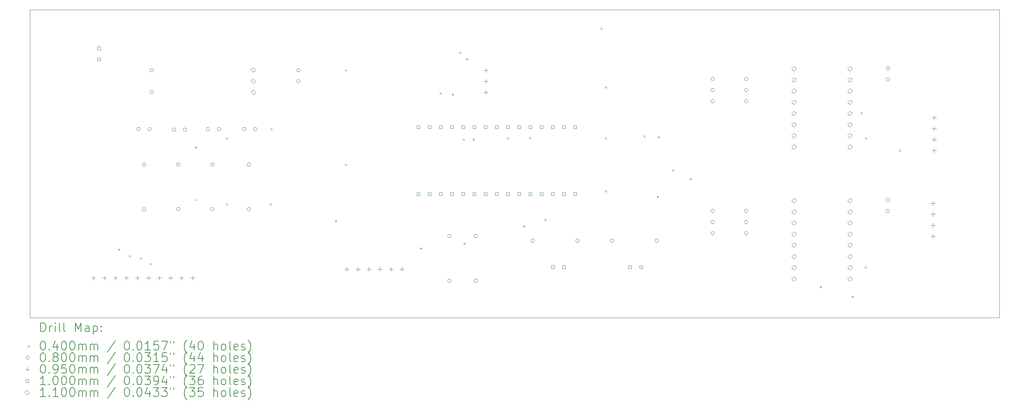
<source format=gbr>
%TF.GenerationSoftware,KiCad,Pcbnew,(6.0.7)*%
%TF.CreationDate,2023-06-05T08:02:43+05:30*%
%TF.ProjectId,acpm-arduino_motor_part,6163706d-2d61-4726-9475-696e6f5f6d6f,rev?*%
%TF.SameCoordinates,Original*%
%TF.FileFunction,Drillmap*%
%TF.FilePolarity,Positive*%
%FSLAX45Y45*%
G04 Gerber Fmt 4.5, Leading zero omitted, Abs format (unit mm)*
G04 Created by KiCad (PCBNEW (6.0.7)) date 2023-06-05 08:02:43*
%MOMM*%
%LPD*%
G01*
G04 APERTURE LIST*
%ADD10C,0.100000*%
%ADD11C,0.200000*%
%ADD12C,0.040000*%
%ADD13C,0.080000*%
%ADD14C,0.095000*%
%ADD15C,0.110000*%
G04 APERTURE END LIST*
D10*
X3900000Y-3800000D02*
X25900000Y-3800000D01*
X25900000Y-3800000D02*
X25900000Y-10800000D01*
X25900000Y-10800000D02*
X3900000Y-10800000D01*
X3900000Y-10800000D02*
X3900000Y-3800000D01*
D11*
D12*
X5900250Y-9230000D02*
X5940250Y-9270000D01*
X5940250Y-9230000D02*
X5900250Y-9270000D01*
X6150250Y-9380000D02*
X6190250Y-9420000D01*
X6190250Y-9380000D02*
X6150250Y-9420000D01*
X6400250Y-9430000D02*
X6440250Y-9470000D01*
X6440250Y-9430000D02*
X6400250Y-9470000D01*
X6625250Y-9555000D02*
X6665250Y-9595000D01*
X6665250Y-9555000D02*
X6625250Y-9595000D01*
X7650250Y-6905000D02*
X7690250Y-6945000D01*
X7690250Y-6905000D02*
X7650250Y-6945000D01*
X7650250Y-8105000D02*
X7690250Y-8145000D01*
X7690250Y-8105000D02*
X7650250Y-8145000D01*
X8350250Y-6705000D02*
X8390250Y-6745000D01*
X8390250Y-6705000D02*
X8350250Y-6745000D01*
X8350250Y-8205000D02*
X8390250Y-8245000D01*
X8390250Y-8205000D02*
X8350250Y-8245000D01*
X9350250Y-8205000D02*
X9390250Y-8245000D01*
X9390250Y-8205000D02*
X9350250Y-8245000D01*
X9362750Y-6492500D02*
X9402750Y-6532500D01*
X9402750Y-6492500D02*
X9362750Y-6532500D01*
X10825250Y-8580000D02*
X10865250Y-8620000D01*
X10865250Y-8580000D02*
X10825250Y-8620000D01*
X11050250Y-5155000D02*
X11090250Y-5195000D01*
X11090250Y-5155000D02*
X11050250Y-5195000D01*
X11050250Y-7305000D02*
X11090250Y-7345000D01*
X11090250Y-7305000D02*
X11050250Y-7345000D01*
X12750250Y-9205000D02*
X12790250Y-9245000D01*
X12790250Y-9205000D02*
X12750250Y-9245000D01*
X13200250Y-5680000D02*
X13240250Y-5720000D01*
X13240250Y-5680000D02*
X13200250Y-5720000D01*
X13475250Y-5705000D02*
X13515250Y-5745000D01*
X13515250Y-5705000D02*
X13475250Y-5745000D01*
X13650250Y-4755000D02*
X13690250Y-4795000D01*
X13690250Y-4755000D02*
X13650250Y-4795000D01*
X13725250Y-6730000D02*
X13765250Y-6770000D01*
X13765250Y-6730000D02*
X13725250Y-6770000D01*
X13740000Y-9095000D02*
X13780000Y-9135000D01*
X13780000Y-9095000D02*
X13740000Y-9135000D01*
X13800250Y-4905000D02*
X13840250Y-4945000D01*
X13840250Y-4905000D02*
X13800250Y-4945000D01*
X13950250Y-6730000D02*
X13990250Y-6770000D01*
X13990250Y-6730000D02*
X13950250Y-6770000D01*
X14725250Y-6705000D02*
X14765250Y-6745000D01*
X14765250Y-6705000D02*
X14725250Y-6745000D01*
X15100250Y-8705000D02*
X15140250Y-8745000D01*
X15140250Y-8705000D02*
X15100250Y-8745000D01*
X15235000Y-6695000D02*
X15275000Y-6735000D01*
X15275000Y-6695000D02*
X15235000Y-6735000D01*
X15575250Y-8555000D02*
X15615250Y-8595000D01*
X15615250Y-8555000D02*
X15575250Y-8595000D01*
X16850250Y-4205000D02*
X16890250Y-4245000D01*
X16890250Y-4205000D02*
X16850250Y-4245000D01*
X16950000Y-5545000D02*
X16990000Y-5585000D01*
X16990000Y-5545000D02*
X16950000Y-5585000D01*
X16950250Y-6705000D02*
X16990250Y-6745000D01*
X16990250Y-6705000D02*
X16950250Y-6745000D01*
X16950250Y-7905000D02*
X16990250Y-7945000D01*
X16990250Y-7905000D02*
X16950250Y-7945000D01*
X17825250Y-6655000D02*
X17865250Y-6695000D01*
X17865250Y-6655000D02*
X17825250Y-6695000D01*
X18125250Y-8030000D02*
X18165250Y-8070000D01*
X18165250Y-8030000D02*
X18125250Y-8070000D01*
X18150250Y-6680000D02*
X18190250Y-6720000D01*
X18190250Y-6680000D02*
X18150250Y-6720000D01*
X18475250Y-7430000D02*
X18515250Y-7470000D01*
X18515250Y-7430000D02*
X18475250Y-7470000D01*
X18875250Y-7630000D02*
X18915250Y-7670000D01*
X18915250Y-7630000D02*
X18875250Y-7670000D01*
X21825250Y-10080000D02*
X21865250Y-10120000D01*
X21865250Y-10080000D02*
X21825250Y-10120000D01*
X22550250Y-10305000D02*
X22590250Y-10345000D01*
X22590250Y-10305000D02*
X22550250Y-10345000D01*
X22750250Y-6130000D02*
X22790250Y-6170000D01*
X22790250Y-6130000D02*
X22750250Y-6170000D01*
X22845000Y-9630000D02*
X22885000Y-9670000D01*
X22885000Y-9630000D02*
X22845000Y-9670000D01*
X22850250Y-6705000D02*
X22890250Y-6745000D01*
X22890250Y-6705000D02*
X22850250Y-6745000D01*
X23625250Y-6980000D02*
X23665250Y-7020000D01*
X23665250Y-6980000D02*
X23625250Y-7020000D01*
D13*
X6410250Y-6512500D02*
G75*
G03*
X6410250Y-6512500I-40000J0D01*
G01*
X6535250Y-7317000D02*
G75*
G03*
X6535250Y-7317000I-40000J0D01*
G01*
X6535250Y-8333000D02*
G75*
G03*
X6535250Y-8333000I-40000J0D01*
G01*
X6660250Y-6512500D02*
G75*
G03*
X6660250Y-6512500I-40000J0D01*
G01*
X6710250Y-5175000D02*
G75*
G03*
X6710250Y-5175000I-40000J0D01*
G01*
X6710250Y-5675000D02*
G75*
G03*
X6710250Y-5675000I-40000J0D01*
G01*
X7210250Y-6525000D02*
G75*
G03*
X7210250Y-6525000I-40000J0D01*
G01*
X7310250Y-7317000D02*
G75*
G03*
X7310250Y-7317000I-40000J0D01*
G01*
X7310250Y-8333000D02*
G75*
G03*
X7310250Y-8333000I-40000J0D01*
G01*
X7460250Y-6525000D02*
G75*
G03*
X7460250Y-6525000I-40000J0D01*
G01*
X7985250Y-6512500D02*
G75*
G03*
X7985250Y-6512500I-40000J0D01*
G01*
X8085250Y-7317000D02*
G75*
G03*
X8085250Y-7317000I-40000J0D01*
G01*
X8085250Y-8333000D02*
G75*
G03*
X8085250Y-8333000I-40000J0D01*
G01*
X8235250Y-6512500D02*
G75*
G03*
X8235250Y-6512500I-40000J0D01*
G01*
X8810250Y-6512500D02*
G75*
G03*
X8810250Y-6512500I-40000J0D01*
G01*
X8910250Y-7317000D02*
G75*
G03*
X8910250Y-7317000I-40000J0D01*
G01*
X8910250Y-8333000D02*
G75*
G03*
X8910250Y-8333000I-40000J0D01*
G01*
X9060250Y-6512500D02*
G75*
G03*
X9060250Y-6512500I-40000J0D01*
G01*
X10035250Y-5175000D02*
G75*
G03*
X10035250Y-5175000I-40000J0D01*
G01*
X10035250Y-5425000D02*
G75*
G03*
X10035250Y-5425000I-40000J0D01*
G01*
X13460250Y-8942000D02*
G75*
G03*
X13460250Y-8942000I-40000J0D01*
G01*
X13460250Y-9958000D02*
G75*
G03*
X13460250Y-9958000I-40000J0D01*
G01*
X14060250Y-8942000D02*
G75*
G03*
X14060250Y-8942000I-40000J0D01*
G01*
X14060250Y-9958000D02*
G75*
G03*
X14060250Y-9958000I-40000J0D01*
G01*
X15352250Y-9050000D02*
G75*
G03*
X15352250Y-9050000I-40000J0D01*
G01*
X16368250Y-9050000D02*
G75*
G03*
X16368250Y-9050000I-40000J0D01*
G01*
X17152250Y-9050000D02*
G75*
G03*
X17152250Y-9050000I-40000J0D01*
G01*
X18168250Y-9050000D02*
G75*
G03*
X18168250Y-9050000I-40000J0D01*
G01*
X19433500Y-5372500D02*
G75*
G03*
X19433500Y-5372500I-40000J0D01*
G01*
X19433500Y-5626500D02*
G75*
G03*
X19433500Y-5626500I-40000J0D01*
G01*
X19433500Y-5880500D02*
G75*
G03*
X19433500Y-5880500I-40000J0D01*
G01*
X19433500Y-8372500D02*
G75*
G03*
X19433500Y-8372500I-40000J0D01*
G01*
X19433500Y-8626500D02*
G75*
G03*
X19433500Y-8626500I-40000J0D01*
G01*
X19433500Y-8880500D02*
G75*
G03*
X19433500Y-8880500I-40000J0D01*
G01*
X20195500Y-5372500D02*
G75*
G03*
X20195500Y-5372500I-40000J0D01*
G01*
X20195500Y-5626500D02*
G75*
G03*
X20195500Y-5626500I-40000J0D01*
G01*
X20195500Y-5880500D02*
G75*
G03*
X20195500Y-5880500I-40000J0D01*
G01*
X20195500Y-8372500D02*
G75*
G03*
X20195500Y-8372500I-40000J0D01*
G01*
X20195500Y-8626500D02*
G75*
G03*
X20195500Y-8626500I-40000J0D01*
G01*
X20195500Y-8880500D02*
G75*
G03*
X20195500Y-8880500I-40000J0D01*
G01*
X23410250Y-5131762D02*
G75*
G03*
X23410250Y-5131762I-40000J0D01*
G01*
X23410250Y-5381762D02*
G75*
G03*
X23410250Y-5381762I-40000J0D01*
G01*
X23410250Y-8125000D02*
G75*
G03*
X23410250Y-8125000I-40000J0D01*
G01*
X23410250Y-8375000D02*
G75*
G03*
X23410250Y-8375000I-40000J0D01*
G01*
D14*
X5345250Y-9850000D02*
X5345250Y-9945000D01*
X5297750Y-9897500D02*
X5392750Y-9897500D01*
X5595250Y-9850000D02*
X5595250Y-9945000D01*
X5547750Y-9897500D02*
X5642750Y-9897500D01*
X5845250Y-9850000D02*
X5845250Y-9945000D01*
X5797750Y-9897500D02*
X5892750Y-9897500D01*
X6095250Y-9850000D02*
X6095250Y-9945000D01*
X6047750Y-9897500D02*
X6142750Y-9897500D01*
X6345250Y-9850000D02*
X6345250Y-9945000D01*
X6297750Y-9897500D02*
X6392750Y-9897500D01*
X6595250Y-9850000D02*
X6595250Y-9945000D01*
X6547750Y-9897500D02*
X6642750Y-9897500D01*
X6845250Y-9850000D02*
X6845250Y-9945000D01*
X6797750Y-9897500D02*
X6892750Y-9897500D01*
X7095250Y-9850000D02*
X7095250Y-9945000D01*
X7047750Y-9897500D02*
X7142750Y-9897500D01*
X7345250Y-9850000D02*
X7345250Y-9945000D01*
X7297750Y-9897500D02*
X7392750Y-9897500D01*
X7595250Y-9850000D02*
X7595250Y-9945000D01*
X7547750Y-9897500D02*
X7642750Y-9897500D01*
X11095250Y-9650000D02*
X11095250Y-9745000D01*
X11047750Y-9697500D02*
X11142750Y-9697500D01*
X11345250Y-9650000D02*
X11345250Y-9745000D01*
X11297750Y-9697500D02*
X11392750Y-9697500D01*
X11595250Y-9650000D02*
X11595250Y-9745000D01*
X11547750Y-9697500D02*
X11642750Y-9697500D01*
X11845250Y-9650000D02*
X11845250Y-9745000D01*
X11797750Y-9697500D02*
X11892750Y-9697500D01*
X12095250Y-9650000D02*
X12095250Y-9745000D01*
X12047750Y-9697500D02*
X12142750Y-9697500D01*
X12345250Y-9650000D02*
X12345250Y-9745000D01*
X12297750Y-9697500D02*
X12392750Y-9697500D01*
X14247750Y-5127500D02*
X14247750Y-5222500D01*
X14200250Y-5175000D02*
X14295250Y-5175000D01*
X14247750Y-5377500D02*
X14247750Y-5472500D01*
X14200250Y-5425000D02*
X14295250Y-5425000D01*
X14247750Y-5627500D02*
X14247750Y-5722500D01*
X14200250Y-5675000D02*
X14295250Y-5675000D01*
X24392750Y-8152500D02*
X24392750Y-8247500D01*
X24345250Y-8200000D02*
X24440250Y-8200000D01*
X24392750Y-8402500D02*
X24392750Y-8497500D01*
X24345250Y-8450000D02*
X24440250Y-8450000D01*
X24392750Y-8652500D02*
X24392750Y-8747500D01*
X24345250Y-8700000D02*
X24440250Y-8700000D01*
X24392750Y-8902500D02*
X24392750Y-8997500D01*
X24345250Y-8950000D02*
X24440250Y-8950000D01*
X24417750Y-6202500D02*
X24417750Y-6297500D01*
X24370250Y-6250000D02*
X24465250Y-6250000D01*
X24417750Y-6452500D02*
X24417750Y-6547500D01*
X24370250Y-6500000D02*
X24465250Y-6500000D01*
X24417750Y-6702500D02*
X24417750Y-6797500D01*
X24370250Y-6750000D02*
X24465250Y-6750000D01*
X24417750Y-6952500D02*
X24417750Y-7047500D01*
X24370250Y-7000000D02*
X24465250Y-7000000D01*
D10*
X5505606Y-4710356D02*
X5505606Y-4639644D01*
X5434894Y-4639644D01*
X5434894Y-4710356D01*
X5505606Y-4710356D01*
X5505606Y-4960356D02*
X5505606Y-4889644D01*
X5434894Y-4889644D01*
X5434894Y-4960356D01*
X5505606Y-4960356D01*
X12754606Y-6499356D02*
X12754606Y-6428644D01*
X12683894Y-6428644D01*
X12683894Y-6499356D01*
X12754606Y-6499356D01*
X12754606Y-8023356D02*
X12754606Y-7952644D01*
X12683894Y-7952644D01*
X12683894Y-8023356D01*
X12754606Y-8023356D01*
X13008606Y-6499356D02*
X13008606Y-6428644D01*
X12937894Y-6428644D01*
X12937894Y-6499356D01*
X13008606Y-6499356D01*
X13008606Y-8023356D02*
X13008606Y-7952644D01*
X12937894Y-7952644D01*
X12937894Y-8023356D01*
X13008606Y-8023356D01*
X13262606Y-6499356D02*
X13262606Y-6428644D01*
X13191894Y-6428644D01*
X13191894Y-6499356D01*
X13262606Y-6499356D01*
X13262606Y-8023356D02*
X13262606Y-7952644D01*
X13191894Y-7952644D01*
X13191894Y-8023356D01*
X13262606Y-8023356D01*
X13516606Y-6499356D02*
X13516606Y-6428644D01*
X13445894Y-6428644D01*
X13445894Y-6499356D01*
X13516606Y-6499356D01*
X13516606Y-8023356D02*
X13516606Y-7952644D01*
X13445894Y-7952644D01*
X13445894Y-8023356D01*
X13516606Y-8023356D01*
X13770606Y-6499356D02*
X13770606Y-6428644D01*
X13699894Y-6428644D01*
X13699894Y-6499356D01*
X13770606Y-6499356D01*
X13770606Y-8023356D02*
X13770606Y-7952644D01*
X13699894Y-7952644D01*
X13699894Y-8023356D01*
X13770606Y-8023356D01*
X14024606Y-6499356D02*
X14024606Y-6428644D01*
X13953894Y-6428644D01*
X13953894Y-6499356D01*
X14024606Y-6499356D01*
X14024606Y-8023356D02*
X14024606Y-7952644D01*
X13953894Y-7952644D01*
X13953894Y-8023356D01*
X14024606Y-8023356D01*
X14278606Y-6499356D02*
X14278606Y-6428644D01*
X14207894Y-6428644D01*
X14207894Y-6499356D01*
X14278606Y-6499356D01*
X14278606Y-8023356D02*
X14278606Y-7952644D01*
X14207894Y-7952644D01*
X14207894Y-8023356D01*
X14278606Y-8023356D01*
X14532606Y-6499356D02*
X14532606Y-6428644D01*
X14461894Y-6428644D01*
X14461894Y-6499356D01*
X14532606Y-6499356D01*
X14532606Y-8023356D02*
X14532606Y-7952644D01*
X14461894Y-7952644D01*
X14461894Y-8023356D01*
X14532606Y-8023356D01*
X14786606Y-6499356D02*
X14786606Y-6428644D01*
X14715894Y-6428644D01*
X14715894Y-6499356D01*
X14786606Y-6499356D01*
X14786606Y-8023356D02*
X14786606Y-7952644D01*
X14715894Y-7952644D01*
X14715894Y-8023356D01*
X14786606Y-8023356D01*
X15040606Y-6499356D02*
X15040606Y-6428644D01*
X14969894Y-6428644D01*
X14969894Y-6499356D01*
X15040606Y-6499356D01*
X15040606Y-8023356D02*
X15040606Y-7952644D01*
X14969894Y-7952644D01*
X14969894Y-8023356D01*
X15040606Y-8023356D01*
X15294606Y-6499356D02*
X15294606Y-6428644D01*
X15223894Y-6428644D01*
X15223894Y-6499356D01*
X15294606Y-6499356D01*
X15294606Y-8023356D02*
X15294606Y-7952644D01*
X15223894Y-7952644D01*
X15223894Y-8023356D01*
X15294606Y-8023356D01*
X15548606Y-6499356D02*
X15548606Y-6428644D01*
X15477894Y-6428644D01*
X15477894Y-6499356D01*
X15548606Y-6499356D01*
X15548606Y-8023356D02*
X15548606Y-7952644D01*
X15477894Y-7952644D01*
X15477894Y-8023356D01*
X15548606Y-8023356D01*
X15802606Y-6499356D02*
X15802606Y-6428644D01*
X15731894Y-6428644D01*
X15731894Y-6499356D01*
X15802606Y-6499356D01*
X15802606Y-8023356D02*
X15802606Y-7952644D01*
X15731894Y-7952644D01*
X15731894Y-8023356D01*
X15802606Y-8023356D01*
X15805606Y-9685356D02*
X15805606Y-9614644D01*
X15734894Y-9614644D01*
X15734894Y-9685356D01*
X15805606Y-9685356D01*
X16055606Y-9685356D02*
X16055606Y-9614644D01*
X15984894Y-9614644D01*
X15984894Y-9685356D01*
X16055606Y-9685356D01*
X16056606Y-6499356D02*
X16056606Y-6428644D01*
X15985894Y-6428644D01*
X15985894Y-6499356D01*
X16056606Y-6499356D01*
X16056606Y-8023356D02*
X16056606Y-7952644D01*
X15985894Y-7952644D01*
X15985894Y-8023356D01*
X16056606Y-8023356D01*
X16310606Y-6499356D02*
X16310606Y-6428644D01*
X16239894Y-6428644D01*
X16239894Y-6499356D01*
X16310606Y-6499356D01*
X16310606Y-8023356D02*
X16310606Y-7952644D01*
X16239894Y-7952644D01*
X16239894Y-8023356D01*
X16310606Y-8023356D01*
X17555606Y-9685356D02*
X17555606Y-9614644D01*
X17484894Y-9614644D01*
X17484894Y-9685356D01*
X17555606Y-9685356D01*
X17805606Y-9685356D02*
X17805606Y-9614644D01*
X17734894Y-9614644D01*
X17734894Y-9685356D01*
X17805606Y-9685356D01*
D15*
X8970250Y-5222000D02*
X9025250Y-5167000D01*
X8970250Y-5112000D01*
X8915250Y-5167000D01*
X8970250Y-5222000D01*
X8970250Y-5476000D02*
X9025250Y-5421000D01*
X8970250Y-5366000D01*
X8915250Y-5421000D01*
X8970250Y-5476000D01*
X8970250Y-5730000D02*
X9025250Y-5675000D01*
X8970250Y-5620000D01*
X8915250Y-5675000D01*
X8970250Y-5730000D01*
X21235250Y-5191000D02*
X21290250Y-5136000D01*
X21235250Y-5081000D01*
X21180250Y-5136000D01*
X21235250Y-5191000D01*
X21235250Y-5445000D02*
X21290250Y-5390000D01*
X21235250Y-5335000D01*
X21180250Y-5390000D01*
X21235250Y-5445000D01*
X21235250Y-5699000D02*
X21290250Y-5644000D01*
X21235250Y-5589000D01*
X21180250Y-5644000D01*
X21235250Y-5699000D01*
X21235250Y-5953000D02*
X21290250Y-5898000D01*
X21235250Y-5843000D01*
X21180250Y-5898000D01*
X21235250Y-5953000D01*
X21235250Y-6207000D02*
X21290250Y-6152000D01*
X21235250Y-6097000D01*
X21180250Y-6152000D01*
X21235250Y-6207000D01*
X21235250Y-6461000D02*
X21290250Y-6406000D01*
X21235250Y-6351000D01*
X21180250Y-6406000D01*
X21235250Y-6461000D01*
X21235250Y-6715000D02*
X21290250Y-6660000D01*
X21235250Y-6605000D01*
X21180250Y-6660000D01*
X21235250Y-6715000D01*
X21235250Y-6969000D02*
X21290250Y-6914000D01*
X21235250Y-6859000D01*
X21180250Y-6914000D01*
X21235250Y-6969000D01*
X21235250Y-8191000D02*
X21290250Y-8136000D01*
X21235250Y-8081000D01*
X21180250Y-8136000D01*
X21235250Y-8191000D01*
X21235250Y-8445000D02*
X21290250Y-8390000D01*
X21235250Y-8335000D01*
X21180250Y-8390000D01*
X21235250Y-8445000D01*
X21235250Y-8699000D02*
X21290250Y-8644000D01*
X21235250Y-8589000D01*
X21180250Y-8644000D01*
X21235250Y-8699000D01*
X21235250Y-8953000D02*
X21290250Y-8898000D01*
X21235250Y-8843000D01*
X21180250Y-8898000D01*
X21235250Y-8953000D01*
X21235250Y-9207000D02*
X21290250Y-9152000D01*
X21235250Y-9097000D01*
X21180250Y-9152000D01*
X21235250Y-9207000D01*
X21235250Y-9461000D02*
X21290250Y-9406000D01*
X21235250Y-9351000D01*
X21180250Y-9406000D01*
X21235250Y-9461000D01*
X21235250Y-9715000D02*
X21290250Y-9660000D01*
X21235250Y-9605000D01*
X21180250Y-9660000D01*
X21235250Y-9715000D01*
X21235250Y-9969000D02*
X21290250Y-9914000D01*
X21235250Y-9859000D01*
X21180250Y-9914000D01*
X21235250Y-9969000D01*
X22505250Y-5191000D02*
X22560250Y-5136000D01*
X22505250Y-5081000D01*
X22450250Y-5136000D01*
X22505250Y-5191000D01*
X22505250Y-5445000D02*
X22560250Y-5390000D01*
X22505250Y-5335000D01*
X22450250Y-5390000D01*
X22505250Y-5445000D01*
X22505250Y-5699000D02*
X22560250Y-5644000D01*
X22505250Y-5589000D01*
X22450250Y-5644000D01*
X22505250Y-5699000D01*
X22505250Y-5953000D02*
X22560250Y-5898000D01*
X22505250Y-5843000D01*
X22450250Y-5898000D01*
X22505250Y-5953000D01*
X22505250Y-6207000D02*
X22560250Y-6152000D01*
X22505250Y-6097000D01*
X22450250Y-6152000D01*
X22505250Y-6207000D01*
X22505250Y-6461000D02*
X22560250Y-6406000D01*
X22505250Y-6351000D01*
X22450250Y-6406000D01*
X22505250Y-6461000D01*
X22505250Y-6715000D02*
X22560250Y-6660000D01*
X22505250Y-6605000D01*
X22450250Y-6660000D01*
X22505250Y-6715000D01*
X22505250Y-6969000D02*
X22560250Y-6914000D01*
X22505250Y-6859000D01*
X22450250Y-6914000D01*
X22505250Y-6969000D01*
X22505250Y-8191000D02*
X22560250Y-8136000D01*
X22505250Y-8081000D01*
X22450250Y-8136000D01*
X22505250Y-8191000D01*
X22505250Y-8445000D02*
X22560250Y-8390000D01*
X22505250Y-8335000D01*
X22450250Y-8390000D01*
X22505250Y-8445000D01*
X22505250Y-8699000D02*
X22560250Y-8644000D01*
X22505250Y-8589000D01*
X22450250Y-8644000D01*
X22505250Y-8699000D01*
X22505250Y-8953000D02*
X22560250Y-8898000D01*
X22505250Y-8843000D01*
X22450250Y-8898000D01*
X22505250Y-8953000D01*
X22505250Y-9207000D02*
X22560250Y-9152000D01*
X22505250Y-9097000D01*
X22450250Y-9152000D01*
X22505250Y-9207000D01*
X22505250Y-9461000D02*
X22560250Y-9406000D01*
X22505250Y-9351000D01*
X22450250Y-9406000D01*
X22505250Y-9461000D01*
X22505250Y-9715000D02*
X22560250Y-9660000D01*
X22505250Y-9605000D01*
X22450250Y-9660000D01*
X22505250Y-9715000D01*
X22505250Y-9969000D02*
X22560250Y-9914000D01*
X22505250Y-9859000D01*
X22450250Y-9914000D01*
X22505250Y-9969000D01*
D11*
X4152619Y-11115476D02*
X4152619Y-10915476D01*
X4200238Y-10915476D01*
X4228810Y-10925000D01*
X4247857Y-10944048D01*
X4257381Y-10963095D01*
X4266905Y-11001190D01*
X4266905Y-11029762D01*
X4257381Y-11067857D01*
X4247857Y-11086905D01*
X4228810Y-11105952D01*
X4200238Y-11115476D01*
X4152619Y-11115476D01*
X4352619Y-11115476D02*
X4352619Y-10982143D01*
X4352619Y-11020238D02*
X4362143Y-11001190D01*
X4371667Y-10991667D01*
X4390714Y-10982143D01*
X4409762Y-10982143D01*
X4476429Y-11115476D02*
X4476429Y-10982143D01*
X4476429Y-10915476D02*
X4466905Y-10925000D01*
X4476429Y-10934524D01*
X4485952Y-10925000D01*
X4476429Y-10915476D01*
X4476429Y-10934524D01*
X4600238Y-11115476D02*
X4581190Y-11105952D01*
X4571667Y-11086905D01*
X4571667Y-10915476D01*
X4705000Y-11115476D02*
X4685952Y-11105952D01*
X4676429Y-11086905D01*
X4676429Y-10915476D01*
X4933571Y-11115476D02*
X4933571Y-10915476D01*
X5000238Y-11058333D01*
X5066905Y-10915476D01*
X5066905Y-11115476D01*
X5247857Y-11115476D02*
X5247857Y-11010714D01*
X5238333Y-10991667D01*
X5219286Y-10982143D01*
X5181190Y-10982143D01*
X5162143Y-10991667D01*
X5247857Y-11105952D02*
X5228810Y-11115476D01*
X5181190Y-11115476D01*
X5162143Y-11105952D01*
X5152619Y-11086905D01*
X5152619Y-11067857D01*
X5162143Y-11048810D01*
X5181190Y-11039286D01*
X5228810Y-11039286D01*
X5247857Y-11029762D01*
X5343095Y-10982143D02*
X5343095Y-11182143D01*
X5343095Y-10991667D02*
X5362143Y-10982143D01*
X5400238Y-10982143D01*
X5419286Y-10991667D01*
X5428810Y-11001190D01*
X5438333Y-11020238D01*
X5438333Y-11077381D01*
X5428810Y-11096429D01*
X5419286Y-11105952D01*
X5400238Y-11115476D01*
X5362143Y-11115476D01*
X5343095Y-11105952D01*
X5524048Y-11096429D02*
X5533571Y-11105952D01*
X5524048Y-11115476D01*
X5514524Y-11105952D01*
X5524048Y-11096429D01*
X5524048Y-11115476D01*
X5524048Y-10991667D02*
X5533571Y-11001190D01*
X5524048Y-11010714D01*
X5514524Y-11001190D01*
X5524048Y-10991667D01*
X5524048Y-11010714D01*
D12*
X3855000Y-11425000D02*
X3895000Y-11465000D01*
X3895000Y-11425000D02*
X3855000Y-11465000D01*
D11*
X4190714Y-11335476D02*
X4209762Y-11335476D01*
X4228810Y-11345000D01*
X4238333Y-11354524D01*
X4247857Y-11373571D01*
X4257381Y-11411667D01*
X4257381Y-11459286D01*
X4247857Y-11497381D01*
X4238333Y-11516428D01*
X4228810Y-11525952D01*
X4209762Y-11535476D01*
X4190714Y-11535476D01*
X4171667Y-11525952D01*
X4162143Y-11516428D01*
X4152619Y-11497381D01*
X4143095Y-11459286D01*
X4143095Y-11411667D01*
X4152619Y-11373571D01*
X4162143Y-11354524D01*
X4171667Y-11345000D01*
X4190714Y-11335476D01*
X4343095Y-11516428D02*
X4352619Y-11525952D01*
X4343095Y-11535476D01*
X4333571Y-11525952D01*
X4343095Y-11516428D01*
X4343095Y-11535476D01*
X4524048Y-11402143D02*
X4524048Y-11535476D01*
X4476429Y-11325952D02*
X4428810Y-11468809D01*
X4552619Y-11468809D01*
X4666905Y-11335476D02*
X4685952Y-11335476D01*
X4705000Y-11345000D01*
X4714524Y-11354524D01*
X4724048Y-11373571D01*
X4733571Y-11411667D01*
X4733571Y-11459286D01*
X4724048Y-11497381D01*
X4714524Y-11516428D01*
X4705000Y-11525952D01*
X4685952Y-11535476D01*
X4666905Y-11535476D01*
X4647857Y-11525952D01*
X4638333Y-11516428D01*
X4628810Y-11497381D01*
X4619286Y-11459286D01*
X4619286Y-11411667D01*
X4628810Y-11373571D01*
X4638333Y-11354524D01*
X4647857Y-11345000D01*
X4666905Y-11335476D01*
X4857381Y-11335476D02*
X4876429Y-11335476D01*
X4895476Y-11345000D01*
X4905000Y-11354524D01*
X4914524Y-11373571D01*
X4924048Y-11411667D01*
X4924048Y-11459286D01*
X4914524Y-11497381D01*
X4905000Y-11516428D01*
X4895476Y-11525952D01*
X4876429Y-11535476D01*
X4857381Y-11535476D01*
X4838333Y-11525952D01*
X4828810Y-11516428D01*
X4819286Y-11497381D01*
X4809762Y-11459286D01*
X4809762Y-11411667D01*
X4819286Y-11373571D01*
X4828810Y-11354524D01*
X4838333Y-11345000D01*
X4857381Y-11335476D01*
X5009762Y-11535476D02*
X5009762Y-11402143D01*
X5009762Y-11421190D02*
X5019286Y-11411667D01*
X5038333Y-11402143D01*
X5066905Y-11402143D01*
X5085952Y-11411667D01*
X5095476Y-11430714D01*
X5095476Y-11535476D01*
X5095476Y-11430714D02*
X5105000Y-11411667D01*
X5124048Y-11402143D01*
X5152619Y-11402143D01*
X5171667Y-11411667D01*
X5181190Y-11430714D01*
X5181190Y-11535476D01*
X5276429Y-11535476D02*
X5276429Y-11402143D01*
X5276429Y-11421190D02*
X5285952Y-11411667D01*
X5305000Y-11402143D01*
X5333571Y-11402143D01*
X5352619Y-11411667D01*
X5362143Y-11430714D01*
X5362143Y-11535476D01*
X5362143Y-11430714D02*
X5371667Y-11411667D01*
X5390714Y-11402143D01*
X5419286Y-11402143D01*
X5438333Y-11411667D01*
X5447857Y-11430714D01*
X5447857Y-11535476D01*
X5838333Y-11325952D02*
X5666905Y-11583095D01*
X6095476Y-11335476D02*
X6114524Y-11335476D01*
X6133571Y-11345000D01*
X6143095Y-11354524D01*
X6152619Y-11373571D01*
X6162143Y-11411667D01*
X6162143Y-11459286D01*
X6152619Y-11497381D01*
X6143095Y-11516428D01*
X6133571Y-11525952D01*
X6114524Y-11535476D01*
X6095476Y-11535476D01*
X6076428Y-11525952D01*
X6066905Y-11516428D01*
X6057381Y-11497381D01*
X6047857Y-11459286D01*
X6047857Y-11411667D01*
X6057381Y-11373571D01*
X6066905Y-11354524D01*
X6076428Y-11345000D01*
X6095476Y-11335476D01*
X6247857Y-11516428D02*
X6257381Y-11525952D01*
X6247857Y-11535476D01*
X6238333Y-11525952D01*
X6247857Y-11516428D01*
X6247857Y-11535476D01*
X6381190Y-11335476D02*
X6400238Y-11335476D01*
X6419286Y-11345000D01*
X6428809Y-11354524D01*
X6438333Y-11373571D01*
X6447857Y-11411667D01*
X6447857Y-11459286D01*
X6438333Y-11497381D01*
X6428809Y-11516428D01*
X6419286Y-11525952D01*
X6400238Y-11535476D01*
X6381190Y-11535476D01*
X6362143Y-11525952D01*
X6352619Y-11516428D01*
X6343095Y-11497381D01*
X6333571Y-11459286D01*
X6333571Y-11411667D01*
X6343095Y-11373571D01*
X6352619Y-11354524D01*
X6362143Y-11345000D01*
X6381190Y-11335476D01*
X6638333Y-11535476D02*
X6524048Y-11535476D01*
X6581190Y-11535476D02*
X6581190Y-11335476D01*
X6562143Y-11364048D01*
X6543095Y-11383095D01*
X6524048Y-11392619D01*
X6819286Y-11335476D02*
X6724048Y-11335476D01*
X6714524Y-11430714D01*
X6724048Y-11421190D01*
X6743095Y-11411667D01*
X6790714Y-11411667D01*
X6809762Y-11421190D01*
X6819286Y-11430714D01*
X6828809Y-11449762D01*
X6828809Y-11497381D01*
X6819286Y-11516428D01*
X6809762Y-11525952D01*
X6790714Y-11535476D01*
X6743095Y-11535476D01*
X6724048Y-11525952D01*
X6714524Y-11516428D01*
X6895476Y-11335476D02*
X7028809Y-11335476D01*
X6943095Y-11535476D01*
X7095476Y-11335476D02*
X7095476Y-11373571D01*
X7171667Y-11335476D02*
X7171667Y-11373571D01*
X7466905Y-11611667D02*
X7457381Y-11602143D01*
X7438333Y-11573571D01*
X7428809Y-11554524D01*
X7419286Y-11525952D01*
X7409762Y-11478333D01*
X7409762Y-11440238D01*
X7419286Y-11392619D01*
X7428809Y-11364048D01*
X7438333Y-11345000D01*
X7457381Y-11316428D01*
X7466905Y-11306905D01*
X7628809Y-11402143D02*
X7628809Y-11535476D01*
X7581190Y-11325952D02*
X7533571Y-11468809D01*
X7657381Y-11468809D01*
X7771667Y-11335476D02*
X7790714Y-11335476D01*
X7809762Y-11345000D01*
X7819286Y-11354524D01*
X7828809Y-11373571D01*
X7838333Y-11411667D01*
X7838333Y-11459286D01*
X7828809Y-11497381D01*
X7819286Y-11516428D01*
X7809762Y-11525952D01*
X7790714Y-11535476D01*
X7771667Y-11535476D01*
X7752619Y-11525952D01*
X7743095Y-11516428D01*
X7733571Y-11497381D01*
X7724048Y-11459286D01*
X7724048Y-11411667D01*
X7733571Y-11373571D01*
X7743095Y-11354524D01*
X7752619Y-11345000D01*
X7771667Y-11335476D01*
X8076428Y-11535476D02*
X8076428Y-11335476D01*
X8162143Y-11535476D02*
X8162143Y-11430714D01*
X8152619Y-11411667D01*
X8133571Y-11402143D01*
X8105000Y-11402143D01*
X8085952Y-11411667D01*
X8076428Y-11421190D01*
X8285952Y-11535476D02*
X8266905Y-11525952D01*
X8257381Y-11516428D01*
X8247857Y-11497381D01*
X8247857Y-11440238D01*
X8257381Y-11421190D01*
X8266905Y-11411667D01*
X8285952Y-11402143D01*
X8314524Y-11402143D01*
X8333571Y-11411667D01*
X8343095Y-11421190D01*
X8352619Y-11440238D01*
X8352619Y-11497381D01*
X8343095Y-11516428D01*
X8333571Y-11525952D01*
X8314524Y-11535476D01*
X8285952Y-11535476D01*
X8466905Y-11535476D02*
X8447857Y-11525952D01*
X8438333Y-11506905D01*
X8438333Y-11335476D01*
X8619286Y-11525952D02*
X8600238Y-11535476D01*
X8562143Y-11535476D01*
X8543095Y-11525952D01*
X8533571Y-11506905D01*
X8533571Y-11430714D01*
X8543095Y-11411667D01*
X8562143Y-11402143D01*
X8600238Y-11402143D01*
X8619286Y-11411667D01*
X8628810Y-11430714D01*
X8628810Y-11449762D01*
X8533571Y-11468809D01*
X8705000Y-11525952D02*
X8724048Y-11535476D01*
X8762143Y-11535476D01*
X8781190Y-11525952D01*
X8790714Y-11506905D01*
X8790714Y-11497381D01*
X8781190Y-11478333D01*
X8762143Y-11468809D01*
X8733571Y-11468809D01*
X8714524Y-11459286D01*
X8705000Y-11440238D01*
X8705000Y-11430714D01*
X8714524Y-11411667D01*
X8733571Y-11402143D01*
X8762143Y-11402143D01*
X8781190Y-11411667D01*
X8857381Y-11611667D02*
X8866905Y-11602143D01*
X8885952Y-11573571D01*
X8895476Y-11554524D01*
X8905000Y-11525952D01*
X8914524Y-11478333D01*
X8914524Y-11440238D01*
X8905000Y-11392619D01*
X8895476Y-11364048D01*
X8885952Y-11345000D01*
X8866905Y-11316428D01*
X8857381Y-11306905D01*
D13*
X3895000Y-11709000D02*
G75*
G03*
X3895000Y-11709000I-40000J0D01*
G01*
D11*
X4190714Y-11599476D02*
X4209762Y-11599476D01*
X4228810Y-11609000D01*
X4238333Y-11618524D01*
X4247857Y-11637571D01*
X4257381Y-11675667D01*
X4257381Y-11723286D01*
X4247857Y-11761381D01*
X4238333Y-11780428D01*
X4228810Y-11789952D01*
X4209762Y-11799476D01*
X4190714Y-11799476D01*
X4171667Y-11789952D01*
X4162143Y-11780428D01*
X4152619Y-11761381D01*
X4143095Y-11723286D01*
X4143095Y-11675667D01*
X4152619Y-11637571D01*
X4162143Y-11618524D01*
X4171667Y-11609000D01*
X4190714Y-11599476D01*
X4343095Y-11780428D02*
X4352619Y-11789952D01*
X4343095Y-11799476D01*
X4333571Y-11789952D01*
X4343095Y-11780428D01*
X4343095Y-11799476D01*
X4466905Y-11685190D02*
X4447857Y-11675667D01*
X4438333Y-11666143D01*
X4428810Y-11647095D01*
X4428810Y-11637571D01*
X4438333Y-11618524D01*
X4447857Y-11609000D01*
X4466905Y-11599476D01*
X4505000Y-11599476D01*
X4524048Y-11609000D01*
X4533571Y-11618524D01*
X4543095Y-11637571D01*
X4543095Y-11647095D01*
X4533571Y-11666143D01*
X4524048Y-11675667D01*
X4505000Y-11685190D01*
X4466905Y-11685190D01*
X4447857Y-11694714D01*
X4438333Y-11704238D01*
X4428810Y-11723286D01*
X4428810Y-11761381D01*
X4438333Y-11780428D01*
X4447857Y-11789952D01*
X4466905Y-11799476D01*
X4505000Y-11799476D01*
X4524048Y-11789952D01*
X4533571Y-11780428D01*
X4543095Y-11761381D01*
X4543095Y-11723286D01*
X4533571Y-11704238D01*
X4524048Y-11694714D01*
X4505000Y-11685190D01*
X4666905Y-11599476D02*
X4685952Y-11599476D01*
X4705000Y-11609000D01*
X4714524Y-11618524D01*
X4724048Y-11637571D01*
X4733571Y-11675667D01*
X4733571Y-11723286D01*
X4724048Y-11761381D01*
X4714524Y-11780428D01*
X4705000Y-11789952D01*
X4685952Y-11799476D01*
X4666905Y-11799476D01*
X4647857Y-11789952D01*
X4638333Y-11780428D01*
X4628810Y-11761381D01*
X4619286Y-11723286D01*
X4619286Y-11675667D01*
X4628810Y-11637571D01*
X4638333Y-11618524D01*
X4647857Y-11609000D01*
X4666905Y-11599476D01*
X4857381Y-11599476D02*
X4876429Y-11599476D01*
X4895476Y-11609000D01*
X4905000Y-11618524D01*
X4914524Y-11637571D01*
X4924048Y-11675667D01*
X4924048Y-11723286D01*
X4914524Y-11761381D01*
X4905000Y-11780428D01*
X4895476Y-11789952D01*
X4876429Y-11799476D01*
X4857381Y-11799476D01*
X4838333Y-11789952D01*
X4828810Y-11780428D01*
X4819286Y-11761381D01*
X4809762Y-11723286D01*
X4809762Y-11675667D01*
X4819286Y-11637571D01*
X4828810Y-11618524D01*
X4838333Y-11609000D01*
X4857381Y-11599476D01*
X5009762Y-11799476D02*
X5009762Y-11666143D01*
X5009762Y-11685190D02*
X5019286Y-11675667D01*
X5038333Y-11666143D01*
X5066905Y-11666143D01*
X5085952Y-11675667D01*
X5095476Y-11694714D01*
X5095476Y-11799476D01*
X5095476Y-11694714D02*
X5105000Y-11675667D01*
X5124048Y-11666143D01*
X5152619Y-11666143D01*
X5171667Y-11675667D01*
X5181190Y-11694714D01*
X5181190Y-11799476D01*
X5276429Y-11799476D02*
X5276429Y-11666143D01*
X5276429Y-11685190D02*
X5285952Y-11675667D01*
X5305000Y-11666143D01*
X5333571Y-11666143D01*
X5352619Y-11675667D01*
X5362143Y-11694714D01*
X5362143Y-11799476D01*
X5362143Y-11694714D02*
X5371667Y-11675667D01*
X5390714Y-11666143D01*
X5419286Y-11666143D01*
X5438333Y-11675667D01*
X5447857Y-11694714D01*
X5447857Y-11799476D01*
X5838333Y-11589952D02*
X5666905Y-11847095D01*
X6095476Y-11599476D02*
X6114524Y-11599476D01*
X6133571Y-11609000D01*
X6143095Y-11618524D01*
X6152619Y-11637571D01*
X6162143Y-11675667D01*
X6162143Y-11723286D01*
X6152619Y-11761381D01*
X6143095Y-11780428D01*
X6133571Y-11789952D01*
X6114524Y-11799476D01*
X6095476Y-11799476D01*
X6076428Y-11789952D01*
X6066905Y-11780428D01*
X6057381Y-11761381D01*
X6047857Y-11723286D01*
X6047857Y-11675667D01*
X6057381Y-11637571D01*
X6066905Y-11618524D01*
X6076428Y-11609000D01*
X6095476Y-11599476D01*
X6247857Y-11780428D02*
X6257381Y-11789952D01*
X6247857Y-11799476D01*
X6238333Y-11789952D01*
X6247857Y-11780428D01*
X6247857Y-11799476D01*
X6381190Y-11599476D02*
X6400238Y-11599476D01*
X6419286Y-11609000D01*
X6428809Y-11618524D01*
X6438333Y-11637571D01*
X6447857Y-11675667D01*
X6447857Y-11723286D01*
X6438333Y-11761381D01*
X6428809Y-11780428D01*
X6419286Y-11789952D01*
X6400238Y-11799476D01*
X6381190Y-11799476D01*
X6362143Y-11789952D01*
X6352619Y-11780428D01*
X6343095Y-11761381D01*
X6333571Y-11723286D01*
X6333571Y-11675667D01*
X6343095Y-11637571D01*
X6352619Y-11618524D01*
X6362143Y-11609000D01*
X6381190Y-11599476D01*
X6514524Y-11599476D02*
X6638333Y-11599476D01*
X6571667Y-11675667D01*
X6600238Y-11675667D01*
X6619286Y-11685190D01*
X6628809Y-11694714D01*
X6638333Y-11713762D01*
X6638333Y-11761381D01*
X6628809Y-11780428D01*
X6619286Y-11789952D01*
X6600238Y-11799476D01*
X6543095Y-11799476D01*
X6524048Y-11789952D01*
X6514524Y-11780428D01*
X6828809Y-11799476D02*
X6714524Y-11799476D01*
X6771667Y-11799476D02*
X6771667Y-11599476D01*
X6752619Y-11628048D01*
X6733571Y-11647095D01*
X6714524Y-11656619D01*
X7009762Y-11599476D02*
X6914524Y-11599476D01*
X6905000Y-11694714D01*
X6914524Y-11685190D01*
X6933571Y-11675667D01*
X6981190Y-11675667D01*
X7000238Y-11685190D01*
X7009762Y-11694714D01*
X7019286Y-11713762D01*
X7019286Y-11761381D01*
X7009762Y-11780428D01*
X7000238Y-11789952D01*
X6981190Y-11799476D01*
X6933571Y-11799476D01*
X6914524Y-11789952D01*
X6905000Y-11780428D01*
X7095476Y-11599476D02*
X7095476Y-11637571D01*
X7171667Y-11599476D02*
X7171667Y-11637571D01*
X7466905Y-11875667D02*
X7457381Y-11866143D01*
X7438333Y-11837571D01*
X7428809Y-11818524D01*
X7419286Y-11789952D01*
X7409762Y-11742333D01*
X7409762Y-11704238D01*
X7419286Y-11656619D01*
X7428809Y-11628048D01*
X7438333Y-11609000D01*
X7457381Y-11580428D01*
X7466905Y-11570905D01*
X7628809Y-11666143D02*
X7628809Y-11799476D01*
X7581190Y-11589952D02*
X7533571Y-11732809D01*
X7657381Y-11732809D01*
X7819286Y-11666143D02*
X7819286Y-11799476D01*
X7771667Y-11589952D02*
X7724048Y-11732809D01*
X7847857Y-11732809D01*
X8076428Y-11799476D02*
X8076428Y-11599476D01*
X8162143Y-11799476D02*
X8162143Y-11694714D01*
X8152619Y-11675667D01*
X8133571Y-11666143D01*
X8105000Y-11666143D01*
X8085952Y-11675667D01*
X8076428Y-11685190D01*
X8285952Y-11799476D02*
X8266905Y-11789952D01*
X8257381Y-11780428D01*
X8247857Y-11761381D01*
X8247857Y-11704238D01*
X8257381Y-11685190D01*
X8266905Y-11675667D01*
X8285952Y-11666143D01*
X8314524Y-11666143D01*
X8333571Y-11675667D01*
X8343095Y-11685190D01*
X8352619Y-11704238D01*
X8352619Y-11761381D01*
X8343095Y-11780428D01*
X8333571Y-11789952D01*
X8314524Y-11799476D01*
X8285952Y-11799476D01*
X8466905Y-11799476D02*
X8447857Y-11789952D01*
X8438333Y-11770905D01*
X8438333Y-11599476D01*
X8619286Y-11789952D02*
X8600238Y-11799476D01*
X8562143Y-11799476D01*
X8543095Y-11789952D01*
X8533571Y-11770905D01*
X8533571Y-11694714D01*
X8543095Y-11675667D01*
X8562143Y-11666143D01*
X8600238Y-11666143D01*
X8619286Y-11675667D01*
X8628810Y-11694714D01*
X8628810Y-11713762D01*
X8533571Y-11732809D01*
X8705000Y-11789952D02*
X8724048Y-11799476D01*
X8762143Y-11799476D01*
X8781190Y-11789952D01*
X8790714Y-11770905D01*
X8790714Y-11761381D01*
X8781190Y-11742333D01*
X8762143Y-11732809D01*
X8733571Y-11732809D01*
X8714524Y-11723286D01*
X8705000Y-11704238D01*
X8705000Y-11694714D01*
X8714524Y-11675667D01*
X8733571Y-11666143D01*
X8762143Y-11666143D01*
X8781190Y-11675667D01*
X8857381Y-11875667D02*
X8866905Y-11866143D01*
X8885952Y-11837571D01*
X8895476Y-11818524D01*
X8905000Y-11789952D01*
X8914524Y-11742333D01*
X8914524Y-11704238D01*
X8905000Y-11656619D01*
X8895476Y-11628048D01*
X8885952Y-11609000D01*
X8866905Y-11580428D01*
X8857381Y-11570905D01*
D14*
X3847500Y-11925500D02*
X3847500Y-12020500D01*
X3800000Y-11973000D02*
X3895000Y-11973000D01*
D11*
X4190714Y-11863476D02*
X4209762Y-11863476D01*
X4228810Y-11873000D01*
X4238333Y-11882524D01*
X4247857Y-11901571D01*
X4257381Y-11939667D01*
X4257381Y-11987286D01*
X4247857Y-12025381D01*
X4238333Y-12044428D01*
X4228810Y-12053952D01*
X4209762Y-12063476D01*
X4190714Y-12063476D01*
X4171667Y-12053952D01*
X4162143Y-12044428D01*
X4152619Y-12025381D01*
X4143095Y-11987286D01*
X4143095Y-11939667D01*
X4152619Y-11901571D01*
X4162143Y-11882524D01*
X4171667Y-11873000D01*
X4190714Y-11863476D01*
X4343095Y-12044428D02*
X4352619Y-12053952D01*
X4343095Y-12063476D01*
X4333571Y-12053952D01*
X4343095Y-12044428D01*
X4343095Y-12063476D01*
X4447857Y-12063476D02*
X4485952Y-12063476D01*
X4505000Y-12053952D01*
X4514524Y-12044428D01*
X4533571Y-12015857D01*
X4543095Y-11977762D01*
X4543095Y-11901571D01*
X4533571Y-11882524D01*
X4524048Y-11873000D01*
X4505000Y-11863476D01*
X4466905Y-11863476D01*
X4447857Y-11873000D01*
X4438333Y-11882524D01*
X4428810Y-11901571D01*
X4428810Y-11949190D01*
X4438333Y-11968238D01*
X4447857Y-11977762D01*
X4466905Y-11987286D01*
X4505000Y-11987286D01*
X4524048Y-11977762D01*
X4533571Y-11968238D01*
X4543095Y-11949190D01*
X4724048Y-11863476D02*
X4628810Y-11863476D01*
X4619286Y-11958714D01*
X4628810Y-11949190D01*
X4647857Y-11939667D01*
X4695476Y-11939667D01*
X4714524Y-11949190D01*
X4724048Y-11958714D01*
X4733571Y-11977762D01*
X4733571Y-12025381D01*
X4724048Y-12044428D01*
X4714524Y-12053952D01*
X4695476Y-12063476D01*
X4647857Y-12063476D01*
X4628810Y-12053952D01*
X4619286Y-12044428D01*
X4857381Y-11863476D02*
X4876429Y-11863476D01*
X4895476Y-11873000D01*
X4905000Y-11882524D01*
X4914524Y-11901571D01*
X4924048Y-11939667D01*
X4924048Y-11987286D01*
X4914524Y-12025381D01*
X4905000Y-12044428D01*
X4895476Y-12053952D01*
X4876429Y-12063476D01*
X4857381Y-12063476D01*
X4838333Y-12053952D01*
X4828810Y-12044428D01*
X4819286Y-12025381D01*
X4809762Y-11987286D01*
X4809762Y-11939667D01*
X4819286Y-11901571D01*
X4828810Y-11882524D01*
X4838333Y-11873000D01*
X4857381Y-11863476D01*
X5009762Y-12063476D02*
X5009762Y-11930143D01*
X5009762Y-11949190D02*
X5019286Y-11939667D01*
X5038333Y-11930143D01*
X5066905Y-11930143D01*
X5085952Y-11939667D01*
X5095476Y-11958714D01*
X5095476Y-12063476D01*
X5095476Y-11958714D02*
X5105000Y-11939667D01*
X5124048Y-11930143D01*
X5152619Y-11930143D01*
X5171667Y-11939667D01*
X5181190Y-11958714D01*
X5181190Y-12063476D01*
X5276429Y-12063476D02*
X5276429Y-11930143D01*
X5276429Y-11949190D02*
X5285952Y-11939667D01*
X5305000Y-11930143D01*
X5333571Y-11930143D01*
X5352619Y-11939667D01*
X5362143Y-11958714D01*
X5362143Y-12063476D01*
X5362143Y-11958714D02*
X5371667Y-11939667D01*
X5390714Y-11930143D01*
X5419286Y-11930143D01*
X5438333Y-11939667D01*
X5447857Y-11958714D01*
X5447857Y-12063476D01*
X5838333Y-11853952D02*
X5666905Y-12111095D01*
X6095476Y-11863476D02*
X6114524Y-11863476D01*
X6133571Y-11873000D01*
X6143095Y-11882524D01*
X6152619Y-11901571D01*
X6162143Y-11939667D01*
X6162143Y-11987286D01*
X6152619Y-12025381D01*
X6143095Y-12044428D01*
X6133571Y-12053952D01*
X6114524Y-12063476D01*
X6095476Y-12063476D01*
X6076428Y-12053952D01*
X6066905Y-12044428D01*
X6057381Y-12025381D01*
X6047857Y-11987286D01*
X6047857Y-11939667D01*
X6057381Y-11901571D01*
X6066905Y-11882524D01*
X6076428Y-11873000D01*
X6095476Y-11863476D01*
X6247857Y-12044428D02*
X6257381Y-12053952D01*
X6247857Y-12063476D01*
X6238333Y-12053952D01*
X6247857Y-12044428D01*
X6247857Y-12063476D01*
X6381190Y-11863476D02*
X6400238Y-11863476D01*
X6419286Y-11873000D01*
X6428809Y-11882524D01*
X6438333Y-11901571D01*
X6447857Y-11939667D01*
X6447857Y-11987286D01*
X6438333Y-12025381D01*
X6428809Y-12044428D01*
X6419286Y-12053952D01*
X6400238Y-12063476D01*
X6381190Y-12063476D01*
X6362143Y-12053952D01*
X6352619Y-12044428D01*
X6343095Y-12025381D01*
X6333571Y-11987286D01*
X6333571Y-11939667D01*
X6343095Y-11901571D01*
X6352619Y-11882524D01*
X6362143Y-11873000D01*
X6381190Y-11863476D01*
X6514524Y-11863476D02*
X6638333Y-11863476D01*
X6571667Y-11939667D01*
X6600238Y-11939667D01*
X6619286Y-11949190D01*
X6628809Y-11958714D01*
X6638333Y-11977762D01*
X6638333Y-12025381D01*
X6628809Y-12044428D01*
X6619286Y-12053952D01*
X6600238Y-12063476D01*
X6543095Y-12063476D01*
X6524048Y-12053952D01*
X6514524Y-12044428D01*
X6705000Y-11863476D02*
X6838333Y-11863476D01*
X6752619Y-12063476D01*
X7000238Y-11930143D02*
X7000238Y-12063476D01*
X6952619Y-11853952D02*
X6905000Y-11996809D01*
X7028809Y-11996809D01*
X7095476Y-11863476D02*
X7095476Y-11901571D01*
X7171667Y-11863476D02*
X7171667Y-11901571D01*
X7466905Y-12139667D02*
X7457381Y-12130143D01*
X7438333Y-12101571D01*
X7428809Y-12082524D01*
X7419286Y-12053952D01*
X7409762Y-12006333D01*
X7409762Y-11968238D01*
X7419286Y-11920619D01*
X7428809Y-11892048D01*
X7438333Y-11873000D01*
X7457381Y-11844428D01*
X7466905Y-11834905D01*
X7533571Y-11882524D02*
X7543095Y-11873000D01*
X7562143Y-11863476D01*
X7609762Y-11863476D01*
X7628809Y-11873000D01*
X7638333Y-11882524D01*
X7647857Y-11901571D01*
X7647857Y-11920619D01*
X7638333Y-11949190D01*
X7524048Y-12063476D01*
X7647857Y-12063476D01*
X7714524Y-11863476D02*
X7847857Y-11863476D01*
X7762143Y-12063476D01*
X8076428Y-12063476D02*
X8076428Y-11863476D01*
X8162143Y-12063476D02*
X8162143Y-11958714D01*
X8152619Y-11939667D01*
X8133571Y-11930143D01*
X8105000Y-11930143D01*
X8085952Y-11939667D01*
X8076428Y-11949190D01*
X8285952Y-12063476D02*
X8266905Y-12053952D01*
X8257381Y-12044428D01*
X8247857Y-12025381D01*
X8247857Y-11968238D01*
X8257381Y-11949190D01*
X8266905Y-11939667D01*
X8285952Y-11930143D01*
X8314524Y-11930143D01*
X8333571Y-11939667D01*
X8343095Y-11949190D01*
X8352619Y-11968238D01*
X8352619Y-12025381D01*
X8343095Y-12044428D01*
X8333571Y-12053952D01*
X8314524Y-12063476D01*
X8285952Y-12063476D01*
X8466905Y-12063476D02*
X8447857Y-12053952D01*
X8438333Y-12034905D01*
X8438333Y-11863476D01*
X8619286Y-12053952D02*
X8600238Y-12063476D01*
X8562143Y-12063476D01*
X8543095Y-12053952D01*
X8533571Y-12034905D01*
X8533571Y-11958714D01*
X8543095Y-11939667D01*
X8562143Y-11930143D01*
X8600238Y-11930143D01*
X8619286Y-11939667D01*
X8628810Y-11958714D01*
X8628810Y-11977762D01*
X8533571Y-11996809D01*
X8705000Y-12053952D02*
X8724048Y-12063476D01*
X8762143Y-12063476D01*
X8781190Y-12053952D01*
X8790714Y-12034905D01*
X8790714Y-12025381D01*
X8781190Y-12006333D01*
X8762143Y-11996809D01*
X8733571Y-11996809D01*
X8714524Y-11987286D01*
X8705000Y-11968238D01*
X8705000Y-11958714D01*
X8714524Y-11939667D01*
X8733571Y-11930143D01*
X8762143Y-11930143D01*
X8781190Y-11939667D01*
X8857381Y-12139667D02*
X8866905Y-12130143D01*
X8885952Y-12101571D01*
X8895476Y-12082524D01*
X8905000Y-12053952D01*
X8914524Y-12006333D01*
X8914524Y-11968238D01*
X8905000Y-11920619D01*
X8895476Y-11892048D01*
X8885952Y-11873000D01*
X8866905Y-11844428D01*
X8857381Y-11834905D01*
D10*
X3880356Y-12272356D02*
X3880356Y-12201644D01*
X3809644Y-12201644D01*
X3809644Y-12272356D01*
X3880356Y-12272356D01*
D11*
X4257381Y-12327476D02*
X4143095Y-12327476D01*
X4200238Y-12327476D02*
X4200238Y-12127476D01*
X4181190Y-12156048D01*
X4162143Y-12175095D01*
X4143095Y-12184619D01*
X4343095Y-12308428D02*
X4352619Y-12317952D01*
X4343095Y-12327476D01*
X4333571Y-12317952D01*
X4343095Y-12308428D01*
X4343095Y-12327476D01*
X4476429Y-12127476D02*
X4495476Y-12127476D01*
X4514524Y-12137000D01*
X4524048Y-12146524D01*
X4533571Y-12165571D01*
X4543095Y-12203667D01*
X4543095Y-12251286D01*
X4533571Y-12289381D01*
X4524048Y-12308428D01*
X4514524Y-12317952D01*
X4495476Y-12327476D01*
X4476429Y-12327476D01*
X4457381Y-12317952D01*
X4447857Y-12308428D01*
X4438333Y-12289381D01*
X4428810Y-12251286D01*
X4428810Y-12203667D01*
X4438333Y-12165571D01*
X4447857Y-12146524D01*
X4457381Y-12137000D01*
X4476429Y-12127476D01*
X4666905Y-12127476D02*
X4685952Y-12127476D01*
X4705000Y-12137000D01*
X4714524Y-12146524D01*
X4724048Y-12165571D01*
X4733571Y-12203667D01*
X4733571Y-12251286D01*
X4724048Y-12289381D01*
X4714524Y-12308428D01*
X4705000Y-12317952D01*
X4685952Y-12327476D01*
X4666905Y-12327476D01*
X4647857Y-12317952D01*
X4638333Y-12308428D01*
X4628810Y-12289381D01*
X4619286Y-12251286D01*
X4619286Y-12203667D01*
X4628810Y-12165571D01*
X4638333Y-12146524D01*
X4647857Y-12137000D01*
X4666905Y-12127476D01*
X4857381Y-12127476D02*
X4876429Y-12127476D01*
X4895476Y-12137000D01*
X4905000Y-12146524D01*
X4914524Y-12165571D01*
X4924048Y-12203667D01*
X4924048Y-12251286D01*
X4914524Y-12289381D01*
X4905000Y-12308428D01*
X4895476Y-12317952D01*
X4876429Y-12327476D01*
X4857381Y-12327476D01*
X4838333Y-12317952D01*
X4828810Y-12308428D01*
X4819286Y-12289381D01*
X4809762Y-12251286D01*
X4809762Y-12203667D01*
X4819286Y-12165571D01*
X4828810Y-12146524D01*
X4838333Y-12137000D01*
X4857381Y-12127476D01*
X5009762Y-12327476D02*
X5009762Y-12194143D01*
X5009762Y-12213190D02*
X5019286Y-12203667D01*
X5038333Y-12194143D01*
X5066905Y-12194143D01*
X5085952Y-12203667D01*
X5095476Y-12222714D01*
X5095476Y-12327476D01*
X5095476Y-12222714D02*
X5105000Y-12203667D01*
X5124048Y-12194143D01*
X5152619Y-12194143D01*
X5171667Y-12203667D01*
X5181190Y-12222714D01*
X5181190Y-12327476D01*
X5276429Y-12327476D02*
X5276429Y-12194143D01*
X5276429Y-12213190D02*
X5285952Y-12203667D01*
X5305000Y-12194143D01*
X5333571Y-12194143D01*
X5352619Y-12203667D01*
X5362143Y-12222714D01*
X5362143Y-12327476D01*
X5362143Y-12222714D02*
X5371667Y-12203667D01*
X5390714Y-12194143D01*
X5419286Y-12194143D01*
X5438333Y-12203667D01*
X5447857Y-12222714D01*
X5447857Y-12327476D01*
X5838333Y-12117952D02*
X5666905Y-12375095D01*
X6095476Y-12127476D02*
X6114524Y-12127476D01*
X6133571Y-12137000D01*
X6143095Y-12146524D01*
X6152619Y-12165571D01*
X6162143Y-12203667D01*
X6162143Y-12251286D01*
X6152619Y-12289381D01*
X6143095Y-12308428D01*
X6133571Y-12317952D01*
X6114524Y-12327476D01*
X6095476Y-12327476D01*
X6076428Y-12317952D01*
X6066905Y-12308428D01*
X6057381Y-12289381D01*
X6047857Y-12251286D01*
X6047857Y-12203667D01*
X6057381Y-12165571D01*
X6066905Y-12146524D01*
X6076428Y-12137000D01*
X6095476Y-12127476D01*
X6247857Y-12308428D02*
X6257381Y-12317952D01*
X6247857Y-12327476D01*
X6238333Y-12317952D01*
X6247857Y-12308428D01*
X6247857Y-12327476D01*
X6381190Y-12127476D02*
X6400238Y-12127476D01*
X6419286Y-12137000D01*
X6428809Y-12146524D01*
X6438333Y-12165571D01*
X6447857Y-12203667D01*
X6447857Y-12251286D01*
X6438333Y-12289381D01*
X6428809Y-12308428D01*
X6419286Y-12317952D01*
X6400238Y-12327476D01*
X6381190Y-12327476D01*
X6362143Y-12317952D01*
X6352619Y-12308428D01*
X6343095Y-12289381D01*
X6333571Y-12251286D01*
X6333571Y-12203667D01*
X6343095Y-12165571D01*
X6352619Y-12146524D01*
X6362143Y-12137000D01*
X6381190Y-12127476D01*
X6514524Y-12127476D02*
X6638333Y-12127476D01*
X6571667Y-12203667D01*
X6600238Y-12203667D01*
X6619286Y-12213190D01*
X6628809Y-12222714D01*
X6638333Y-12241762D01*
X6638333Y-12289381D01*
X6628809Y-12308428D01*
X6619286Y-12317952D01*
X6600238Y-12327476D01*
X6543095Y-12327476D01*
X6524048Y-12317952D01*
X6514524Y-12308428D01*
X6733571Y-12327476D02*
X6771667Y-12327476D01*
X6790714Y-12317952D01*
X6800238Y-12308428D01*
X6819286Y-12279857D01*
X6828809Y-12241762D01*
X6828809Y-12165571D01*
X6819286Y-12146524D01*
X6809762Y-12137000D01*
X6790714Y-12127476D01*
X6752619Y-12127476D01*
X6733571Y-12137000D01*
X6724048Y-12146524D01*
X6714524Y-12165571D01*
X6714524Y-12213190D01*
X6724048Y-12232238D01*
X6733571Y-12241762D01*
X6752619Y-12251286D01*
X6790714Y-12251286D01*
X6809762Y-12241762D01*
X6819286Y-12232238D01*
X6828809Y-12213190D01*
X7000238Y-12194143D02*
X7000238Y-12327476D01*
X6952619Y-12117952D02*
X6905000Y-12260809D01*
X7028809Y-12260809D01*
X7095476Y-12127476D02*
X7095476Y-12165571D01*
X7171667Y-12127476D02*
X7171667Y-12165571D01*
X7466905Y-12403667D02*
X7457381Y-12394143D01*
X7438333Y-12365571D01*
X7428809Y-12346524D01*
X7419286Y-12317952D01*
X7409762Y-12270333D01*
X7409762Y-12232238D01*
X7419286Y-12184619D01*
X7428809Y-12156048D01*
X7438333Y-12137000D01*
X7457381Y-12108428D01*
X7466905Y-12098905D01*
X7524048Y-12127476D02*
X7647857Y-12127476D01*
X7581190Y-12203667D01*
X7609762Y-12203667D01*
X7628809Y-12213190D01*
X7638333Y-12222714D01*
X7647857Y-12241762D01*
X7647857Y-12289381D01*
X7638333Y-12308428D01*
X7628809Y-12317952D01*
X7609762Y-12327476D01*
X7552619Y-12327476D01*
X7533571Y-12317952D01*
X7524048Y-12308428D01*
X7819286Y-12127476D02*
X7781190Y-12127476D01*
X7762143Y-12137000D01*
X7752619Y-12146524D01*
X7733571Y-12175095D01*
X7724048Y-12213190D01*
X7724048Y-12289381D01*
X7733571Y-12308428D01*
X7743095Y-12317952D01*
X7762143Y-12327476D01*
X7800238Y-12327476D01*
X7819286Y-12317952D01*
X7828809Y-12308428D01*
X7838333Y-12289381D01*
X7838333Y-12241762D01*
X7828809Y-12222714D01*
X7819286Y-12213190D01*
X7800238Y-12203667D01*
X7762143Y-12203667D01*
X7743095Y-12213190D01*
X7733571Y-12222714D01*
X7724048Y-12241762D01*
X8076428Y-12327476D02*
X8076428Y-12127476D01*
X8162143Y-12327476D02*
X8162143Y-12222714D01*
X8152619Y-12203667D01*
X8133571Y-12194143D01*
X8105000Y-12194143D01*
X8085952Y-12203667D01*
X8076428Y-12213190D01*
X8285952Y-12327476D02*
X8266905Y-12317952D01*
X8257381Y-12308428D01*
X8247857Y-12289381D01*
X8247857Y-12232238D01*
X8257381Y-12213190D01*
X8266905Y-12203667D01*
X8285952Y-12194143D01*
X8314524Y-12194143D01*
X8333571Y-12203667D01*
X8343095Y-12213190D01*
X8352619Y-12232238D01*
X8352619Y-12289381D01*
X8343095Y-12308428D01*
X8333571Y-12317952D01*
X8314524Y-12327476D01*
X8285952Y-12327476D01*
X8466905Y-12327476D02*
X8447857Y-12317952D01*
X8438333Y-12298905D01*
X8438333Y-12127476D01*
X8619286Y-12317952D02*
X8600238Y-12327476D01*
X8562143Y-12327476D01*
X8543095Y-12317952D01*
X8533571Y-12298905D01*
X8533571Y-12222714D01*
X8543095Y-12203667D01*
X8562143Y-12194143D01*
X8600238Y-12194143D01*
X8619286Y-12203667D01*
X8628810Y-12222714D01*
X8628810Y-12241762D01*
X8533571Y-12260809D01*
X8705000Y-12317952D02*
X8724048Y-12327476D01*
X8762143Y-12327476D01*
X8781190Y-12317952D01*
X8790714Y-12298905D01*
X8790714Y-12289381D01*
X8781190Y-12270333D01*
X8762143Y-12260809D01*
X8733571Y-12260809D01*
X8714524Y-12251286D01*
X8705000Y-12232238D01*
X8705000Y-12222714D01*
X8714524Y-12203667D01*
X8733571Y-12194143D01*
X8762143Y-12194143D01*
X8781190Y-12203667D01*
X8857381Y-12403667D02*
X8866905Y-12394143D01*
X8885952Y-12365571D01*
X8895476Y-12346524D01*
X8905000Y-12317952D01*
X8914524Y-12270333D01*
X8914524Y-12232238D01*
X8905000Y-12184619D01*
X8895476Y-12156048D01*
X8885952Y-12137000D01*
X8866905Y-12108428D01*
X8857381Y-12098905D01*
D15*
X3840000Y-12556000D02*
X3895000Y-12501000D01*
X3840000Y-12446000D01*
X3785000Y-12501000D01*
X3840000Y-12556000D01*
D11*
X4257381Y-12591476D02*
X4143095Y-12591476D01*
X4200238Y-12591476D02*
X4200238Y-12391476D01*
X4181190Y-12420048D01*
X4162143Y-12439095D01*
X4143095Y-12448619D01*
X4343095Y-12572428D02*
X4352619Y-12581952D01*
X4343095Y-12591476D01*
X4333571Y-12581952D01*
X4343095Y-12572428D01*
X4343095Y-12591476D01*
X4543095Y-12591476D02*
X4428810Y-12591476D01*
X4485952Y-12591476D02*
X4485952Y-12391476D01*
X4466905Y-12420048D01*
X4447857Y-12439095D01*
X4428810Y-12448619D01*
X4666905Y-12391476D02*
X4685952Y-12391476D01*
X4705000Y-12401000D01*
X4714524Y-12410524D01*
X4724048Y-12429571D01*
X4733571Y-12467667D01*
X4733571Y-12515286D01*
X4724048Y-12553381D01*
X4714524Y-12572428D01*
X4705000Y-12581952D01*
X4685952Y-12591476D01*
X4666905Y-12591476D01*
X4647857Y-12581952D01*
X4638333Y-12572428D01*
X4628810Y-12553381D01*
X4619286Y-12515286D01*
X4619286Y-12467667D01*
X4628810Y-12429571D01*
X4638333Y-12410524D01*
X4647857Y-12401000D01*
X4666905Y-12391476D01*
X4857381Y-12391476D02*
X4876429Y-12391476D01*
X4895476Y-12401000D01*
X4905000Y-12410524D01*
X4914524Y-12429571D01*
X4924048Y-12467667D01*
X4924048Y-12515286D01*
X4914524Y-12553381D01*
X4905000Y-12572428D01*
X4895476Y-12581952D01*
X4876429Y-12591476D01*
X4857381Y-12591476D01*
X4838333Y-12581952D01*
X4828810Y-12572428D01*
X4819286Y-12553381D01*
X4809762Y-12515286D01*
X4809762Y-12467667D01*
X4819286Y-12429571D01*
X4828810Y-12410524D01*
X4838333Y-12401000D01*
X4857381Y-12391476D01*
X5009762Y-12591476D02*
X5009762Y-12458143D01*
X5009762Y-12477190D02*
X5019286Y-12467667D01*
X5038333Y-12458143D01*
X5066905Y-12458143D01*
X5085952Y-12467667D01*
X5095476Y-12486714D01*
X5095476Y-12591476D01*
X5095476Y-12486714D02*
X5105000Y-12467667D01*
X5124048Y-12458143D01*
X5152619Y-12458143D01*
X5171667Y-12467667D01*
X5181190Y-12486714D01*
X5181190Y-12591476D01*
X5276429Y-12591476D02*
X5276429Y-12458143D01*
X5276429Y-12477190D02*
X5285952Y-12467667D01*
X5305000Y-12458143D01*
X5333571Y-12458143D01*
X5352619Y-12467667D01*
X5362143Y-12486714D01*
X5362143Y-12591476D01*
X5362143Y-12486714D02*
X5371667Y-12467667D01*
X5390714Y-12458143D01*
X5419286Y-12458143D01*
X5438333Y-12467667D01*
X5447857Y-12486714D01*
X5447857Y-12591476D01*
X5838333Y-12381952D02*
X5666905Y-12639095D01*
X6095476Y-12391476D02*
X6114524Y-12391476D01*
X6133571Y-12401000D01*
X6143095Y-12410524D01*
X6152619Y-12429571D01*
X6162143Y-12467667D01*
X6162143Y-12515286D01*
X6152619Y-12553381D01*
X6143095Y-12572428D01*
X6133571Y-12581952D01*
X6114524Y-12591476D01*
X6095476Y-12591476D01*
X6076428Y-12581952D01*
X6066905Y-12572428D01*
X6057381Y-12553381D01*
X6047857Y-12515286D01*
X6047857Y-12467667D01*
X6057381Y-12429571D01*
X6066905Y-12410524D01*
X6076428Y-12401000D01*
X6095476Y-12391476D01*
X6247857Y-12572428D02*
X6257381Y-12581952D01*
X6247857Y-12591476D01*
X6238333Y-12581952D01*
X6247857Y-12572428D01*
X6247857Y-12591476D01*
X6381190Y-12391476D02*
X6400238Y-12391476D01*
X6419286Y-12401000D01*
X6428809Y-12410524D01*
X6438333Y-12429571D01*
X6447857Y-12467667D01*
X6447857Y-12515286D01*
X6438333Y-12553381D01*
X6428809Y-12572428D01*
X6419286Y-12581952D01*
X6400238Y-12591476D01*
X6381190Y-12591476D01*
X6362143Y-12581952D01*
X6352619Y-12572428D01*
X6343095Y-12553381D01*
X6333571Y-12515286D01*
X6333571Y-12467667D01*
X6343095Y-12429571D01*
X6352619Y-12410524D01*
X6362143Y-12401000D01*
X6381190Y-12391476D01*
X6619286Y-12458143D02*
X6619286Y-12591476D01*
X6571667Y-12381952D02*
X6524048Y-12524809D01*
X6647857Y-12524809D01*
X6705000Y-12391476D02*
X6828809Y-12391476D01*
X6762143Y-12467667D01*
X6790714Y-12467667D01*
X6809762Y-12477190D01*
X6819286Y-12486714D01*
X6828809Y-12505762D01*
X6828809Y-12553381D01*
X6819286Y-12572428D01*
X6809762Y-12581952D01*
X6790714Y-12591476D01*
X6733571Y-12591476D01*
X6714524Y-12581952D01*
X6705000Y-12572428D01*
X6895476Y-12391476D02*
X7019286Y-12391476D01*
X6952619Y-12467667D01*
X6981190Y-12467667D01*
X7000238Y-12477190D01*
X7009762Y-12486714D01*
X7019286Y-12505762D01*
X7019286Y-12553381D01*
X7009762Y-12572428D01*
X7000238Y-12581952D01*
X6981190Y-12591476D01*
X6924048Y-12591476D01*
X6905000Y-12581952D01*
X6895476Y-12572428D01*
X7095476Y-12391476D02*
X7095476Y-12429571D01*
X7171667Y-12391476D02*
X7171667Y-12429571D01*
X7466905Y-12667667D02*
X7457381Y-12658143D01*
X7438333Y-12629571D01*
X7428809Y-12610524D01*
X7419286Y-12581952D01*
X7409762Y-12534333D01*
X7409762Y-12496238D01*
X7419286Y-12448619D01*
X7428809Y-12420048D01*
X7438333Y-12401000D01*
X7457381Y-12372428D01*
X7466905Y-12362905D01*
X7524048Y-12391476D02*
X7647857Y-12391476D01*
X7581190Y-12467667D01*
X7609762Y-12467667D01*
X7628809Y-12477190D01*
X7638333Y-12486714D01*
X7647857Y-12505762D01*
X7647857Y-12553381D01*
X7638333Y-12572428D01*
X7628809Y-12581952D01*
X7609762Y-12591476D01*
X7552619Y-12591476D01*
X7533571Y-12581952D01*
X7524048Y-12572428D01*
X7828809Y-12391476D02*
X7733571Y-12391476D01*
X7724048Y-12486714D01*
X7733571Y-12477190D01*
X7752619Y-12467667D01*
X7800238Y-12467667D01*
X7819286Y-12477190D01*
X7828809Y-12486714D01*
X7838333Y-12505762D01*
X7838333Y-12553381D01*
X7828809Y-12572428D01*
X7819286Y-12581952D01*
X7800238Y-12591476D01*
X7752619Y-12591476D01*
X7733571Y-12581952D01*
X7724048Y-12572428D01*
X8076428Y-12591476D02*
X8076428Y-12391476D01*
X8162143Y-12591476D02*
X8162143Y-12486714D01*
X8152619Y-12467667D01*
X8133571Y-12458143D01*
X8105000Y-12458143D01*
X8085952Y-12467667D01*
X8076428Y-12477190D01*
X8285952Y-12591476D02*
X8266905Y-12581952D01*
X8257381Y-12572428D01*
X8247857Y-12553381D01*
X8247857Y-12496238D01*
X8257381Y-12477190D01*
X8266905Y-12467667D01*
X8285952Y-12458143D01*
X8314524Y-12458143D01*
X8333571Y-12467667D01*
X8343095Y-12477190D01*
X8352619Y-12496238D01*
X8352619Y-12553381D01*
X8343095Y-12572428D01*
X8333571Y-12581952D01*
X8314524Y-12591476D01*
X8285952Y-12591476D01*
X8466905Y-12591476D02*
X8447857Y-12581952D01*
X8438333Y-12562905D01*
X8438333Y-12391476D01*
X8619286Y-12581952D02*
X8600238Y-12591476D01*
X8562143Y-12591476D01*
X8543095Y-12581952D01*
X8533571Y-12562905D01*
X8533571Y-12486714D01*
X8543095Y-12467667D01*
X8562143Y-12458143D01*
X8600238Y-12458143D01*
X8619286Y-12467667D01*
X8628810Y-12486714D01*
X8628810Y-12505762D01*
X8533571Y-12524809D01*
X8705000Y-12581952D02*
X8724048Y-12591476D01*
X8762143Y-12591476D01*
X8781190Y-12581952D01*
X8790714Y-12562905D01*
X8790714Y-12553381D01*
X8781190Y-12534333D01*
X8762143Y-12524809D01*
X8733571Y-12524809D01*
X8714524Y-12515286D01*
X8705000Y-12496238D01*
X8705000Y-12486714D01*
X8714524Y-12467667D01*
X8733571Y-12458143D01*
X8762143Y-12458143D01*
X8781190Y-12467667D01*
X8857381Y-12667667D02*
X8866905Y-12658143D01*
X8885952Y-12629571D01*
X8895476Y-12610524D01*
X8905000Y-12581952D01*
X8914524Y-12534333D01*
X8914524Y-12496238D01*
X8905000Y-12448619D01*
X8895476Y-12420048D01*
X8885952Y-12401000D01*
X8866905Y-12372428D01*
X8857381Y-12362905D01*
M02*

</source>
